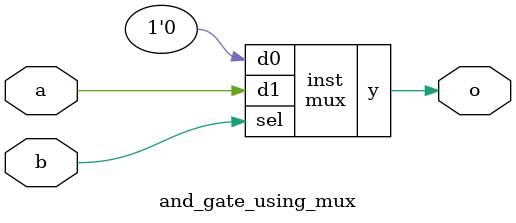
<source format=sv>

module mux
(
  input  d0, d1,
  input  sel,
  output y
);

  assign y = sel ? d1 : d0;

endmodule

//----------------------------------------------------------------------------
// Task
//----------------------------------------------------------------------------

module and_gate_using_mux
(
    input  a,
    input  b,
    output o
);

  // Task:
  // Implement and gate using instance(s) of mux,
  // constants 0 and 1, and wire connections
mux inst  (0, a, b, o);

endmodule

</source>
